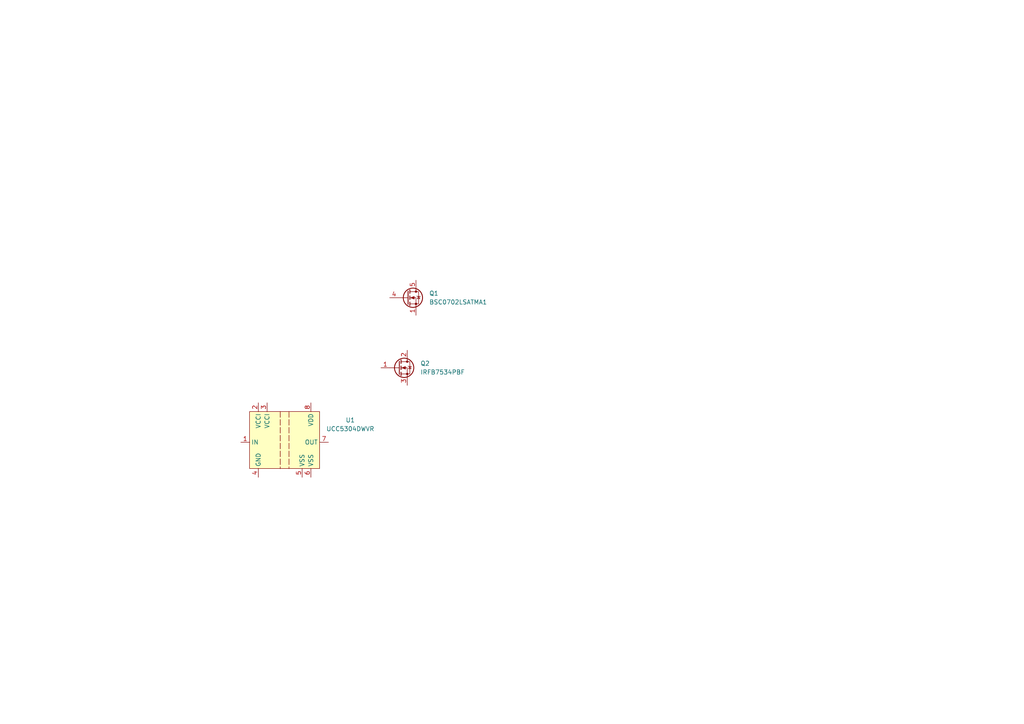
<source format=kicad_sch>
(kicad_sch (version 20250114) (generator "eeschema") (generator_version "9.0")
  (paper "A4")
  (lib_symbols
    (symbol "peml:BSC0702LSATMA1" (pin_names (hide yes))
      (property "Reference" "Q" (at 5.08 1.905 0))
      (property "Value" "BSC0702LSATMA1" (at 5.08 0 0))
      (symbol "BSC0702LSATMA1_0_1"
        (polyline (pts (xy 0.254 1.905) (xy 0.254 -1.905)) (stroke (width 0.254)))
        (polyline (pts (xy 0.254 0) (xy -2.54 0)))
        (polyline (pts (xy 0.762 2.286) (xy 0.762 1.27)) (stroke (width 0.254)))
        (polyline (pts (xy 0.762 0.508) (xy 0.762 -0.508)) (stroke (width 0.254)))
        (polyline (pts (xy 0.762 -1.27) (xy 0.762 -2.286)) (stroke (width 0.254)))
        (polyline (pts (xy 0.762 -1.778) (xy 3.302 -1.778) (xy 3.302 1.778) (xy 0.762 1.778)))
        (polyline (pts (xy 1.016 0) (xy 2.032 0.381) (xy 2.032 -0.381) (xy 1.016 0)) (fill (type outline)))
        (circle (center 1.651 0) (radius 2.794) (stroke (width 0.254)))
        (polyline (pts (xy 2.54 2.54) (xy 2.54 1.778)))
        (circle (center 2.54 1.778) (radius 0.254) (fill (type outline)))
        (circle (center 2.54 -1.778) (radius 0.254) (fill (type outline)))
        (polyline (pts (xy 2.54 -2.54) (xy 2.54 0) (xy 0.762 0)))
        (polyline (pts (xy 2.794 0.508) (xy 2.921 0.381) (xy 3.683 0.381) (xy 3.81 0.254)))
        (polyline (pts (xy 3.302 0.381) (xy 2.921 -0.254) (xy 3.683 -0.254) (xy 3.302 0.381)))
      )
      (symbol "BSC0702LSATMA1_1_1"
        (pin passive line (at -5.08 0 0) (length 2.54) (name "G") (number "4"))
        (pin passive line (at 2.54 5.08 270) (length 2.54) (name "D") (number "5"))
        (pin passive line (at 2.54 -5.08 90) (length 2.54) (name "S") (number "1"))
        (pin passive line (at 2.54 -5.08 90) (length 2.54) (hide yes) (name "S") (number "2"))
        (pin passive line (at 2.54 -5.08 90) (length 2.54) (hide yes) (name "S") (number "3"))
      )
    )
    (symbol "peml:IRFB7534PBF" (pin_names (offset 0) (hide yes))
      (property "Reference" "Q" (at 5.08 1.27 0))
      (property "Value" "IRFB7534PBF" (at 5.08 -1.27 0))
      (symbol "IRFB7534PBF_0_1"
        (polyline (pts (xy 0.254 1.905) (xy 0.254 -1.905)) (stroke (width 0.254)))
        (polyline (pts (xy 0.254 0) (xy -2.54 0)))
        (polyline (pts (xy 0.762 2.286) (xy 0.762 1.27)) (stroke (width 0.254)))
        (polyline (pts (xy 0.762 0.508) (xy 0.762 -0.508)) (stroke (width 0.254)))
        (polyline (pts (xy 0.762 -1.27) (xy 0.762 -2.286)) (stroke (width 0.254)))
        (polyline (pts (xy 0.762 -1.778) (xy 3.302 -1.778) (xy 3.302 1.778) (xy 0.762 1.778)))
        (polyline (pts (xy 1.016 0) (xy 2.032 0.381) (xy 2.032 -0.381) (xy 1.016 0)) (fill (type outline)))
        (circle (center 1.651 0) (radius 2.794) (stroke (width 0.254)))
        (polyline (pts (xy 2.54 2.54) (xy 2.54 1.778)))
        (circle (center 2.54 1.778) (radius 0.254) (fill (type outline)))
        (circle (center 2.54 -1.778) (radius 0.254) (fill (type outline)))
        (polyline (pts (xy 2.54 -2.54) (xy 2.54 0) (xy 0.762 0)))
        (polyline (pts (xy 2.794 0.508) (xy 2.921 0.381) (xy 3.683 0.381) (xy 3.81 0.254)))
        (polyline (pts (xy 3.302 0.381) (xy 2.921 -0.254) (xy 3.683 -0.254) (xy 3.302 0.381)))
      )
      (symbol "IRFB7534PBF_1_1"
        (pin input line (at -5.08 0 0) (length 2.54) (name "G") (number "1"))
        (pin passive line (at 2.54 5.08 270) (length 2.54) (name "D") (number "2"))
        (pin passive line (at 2.54 -5.08 90) (length 2.54) (name "S") (number "3"))
      )
    )
    (symbol "peml:UCC5304DWVR"
      (property "Reference" "U" (at 0 10.16 0))
      (property "Value" "UCC5304DWVR" (at 0 2.54 0))
      (symbol "UCC5304DWVR_1_0"
        (pin input line (at -12.7 0 0) (length 2.54) (name "IN") (number "1"))
        (pin passive line (at -7.62 11.43 270) (length 2.54) (name "VCCI") (number "2"))
        (pin passive line (at -5.08 11.43 270) (length 2.54) (name "VCCI") (number "3"))
        (pin passive line (at 5.08 -10.16 90) (length 2.54) (name "VSS") (number "5"))
        (pin passive line (at 7.62 11.43 270) (length 2.54) (name "VDD") (number "8"))
        (pin passive line (at 7.62 -10.16 90) (length 2.54) (name "VSS") (number "6"))
        (pin output line (at 12.7 0 180) (length 2.54) (name "OUT") (number "7"))
      )
      (symbol "UCC5304DWVR_1_1"
        (rectangle (start -10.16 8.89) (end 10.16 -7.62) (fill (type background)))
        (polyline (pts (xy -1.27 8.89) (xy -1.27 -7.62)) (stroke (width 0) (type dash)))
        (polyline (pts (xy 1.27 8.89) (xy 1.27 -7.62)) (stroke (width 0) (type dash)))
        (pin passive line (at -7.62 -10.16 90) (length 2.54) (name "GND") (number "4"))
      )
    )
  )
  (symbol (lib_id "peml:IRFB7534PBF") (at 115.57 106.68 0) (unit 1)
    (property "Reference" "Q2" (at 121.92 105.4099 0) (effects (justify left)))
    (property "Value" "IRFB7534PBF" (at 121.92 107.9499 0) (effects (justify left)))
    (property "Footprint" "peml:TO-220-3_Horizontal_TabDown" (effects (hide yes)))
    (property "Datasheet" "https://www.infineon.com/dgdl/irfs7534pbf.pdf?fileId=5546d462533600a4015364c3e2c629c7" (effects (hide yes)))
    (property "Description" "N-Channel 60 V 195A (Tc) 294W (Tc) Through Hole TO-220AB" (effects (hide yes)))
    (property "MFN" "Infineon " (effects (hide yes)))
    (property "MPN" "IRFB7534PBF " (effects (hide yes)))
    (property "SPN" "448-IRFB7534PBF-ND " (effects (hide yes)))
    (property "SPL" "https://www.digikey.com/en/products/detail/infineon-technologies/IRFB7534PBF/4772480 " (effects (hide yes)))
    (property "Package" "TO-220-3 " (effects (hide yes)))
  )
  (symbol (lib_id "peml:UCC5304DWVR") (at 82.55 128.27 0) (unit 1)
    (property "Reference" "U1" (at 101.6 121.8498 0))
    (property "Value" "UCC5304DWVR" (at 101.6 124.3898 0))
    (property "Footprint" "peml:SOIC-8_7.5x5.85mm_P1.27mm" (effects (hide yes)))
    (property "Datasheet" "https://www.ti.com/lit/ds/symlink/ucc5304.pdf" (effects (hide yes)))
    (property "Description" "4A, 6A Gate Driver Capacitive Coupling 5000Vrms 1 Channel 8-SOIC" (effects (hide yes)))
    (property "MFN" "Texas Instruments " (effects (hide yes)))
    (property "MPN" "UCC5304DWVR " (effects (hide yes)))
    (property "SPN" "296-UCC5304DWVRCT-ND " (effects (hide yes)))
    (property "SPL" "https://www.digikey.com/en/products/detail/texas-instruments/UCC5304DWVR/12328576 " (effects (hide yes)))
    (property "Package" "SOIC-8" (effects (hide yes)))
    (property "JLCPCB" "C2878299" (effects (hide yes)))
  )
  (symbol (lib_id "peml:BSC0702LSATMA1") (at 118.11 86.36 0) (unit 1)
    (property "Reference" "Q1" (at 124.46 85.0899 0) (effects (justify left)))
    (property "Value" "BSC0702LSATMA1" (at 124.46 87.6299 0) (effects (justify left)))
    (property "Footprint" "peml:TDSON-8-1" (effects (hide yes)))
    (property "Datasheet" "https://www.infineon.com/dgdl/Infineon-BSC0702LS-DataSheet-v02_03-EN.pdf?fileId=5546d4626fc1ce0b016ff0909c6f4eda" (effects (hide yes)))
    (property "Description" "N-Channel 60 V 100A (Tc) 83W (Tc) Surface Mount PG-TDSON-8" (effects (hide yes)))
  )
)
</source>
